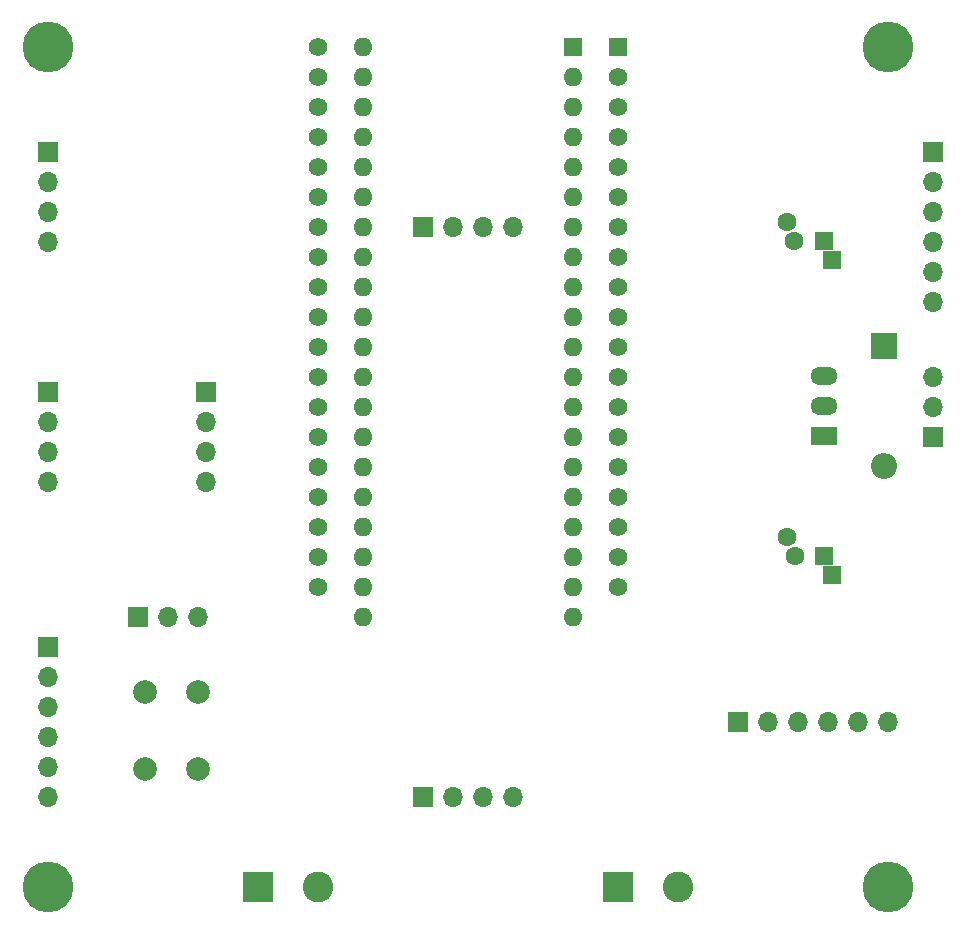
<source format=gts>
G04 #@! TF.GenerationSoftware,KiCad,Pcbnew,6.0.11-2627ca5db0~126~ubuntu20.04.1*
G04 #@! TF.CreationDate,2023-02-19T14:42:03+01:00*
G04 #@! TF.ProjectId,MQTTbug,4d515454-6275-4672-9e6b-696361645f70,rev?*
G04 #@! TF.SameCoordinates,Original*
G04 #@! TF.FileFunction,Soldermask,Top*
G04 #@! TF.FilePolarity,Negative*
%FSLAX46Y46*%
G04 Gerber Fmt 4.6, Leading zero omitted, Abs format (unit mm)*
G04 Created by KiCad (PCBNEW 6.0.11-2627ca5db0~126~ubuntu20.04.1) date 2023-02-19 14:42:03*
%MOMM*%
%LPD*%
G01*
G04 APERTURE LIST*
%ADD10R,1.700000X1.700000*%
%ADD11O,1.700000X1.700000*%
%ADD12R,2.200000X2.200000*%
%ADD13O,2.200000X2.200000*%
%ADD14R,2.300000X1.500000*%
%ADD15O,2.300000X1.500000*%
%ADD16C,2.000000*%
%ADD17R,2.600000X2.600000*%
%ADD18C,2.600000*%
%ADD19R,1.600000X1.600000*%
%ADD20C,1.600000*%
%ADD21C,4.300000*%
%ADD22O,1.600000X1.600000*%
%ADD23R,1.560000X1.560000*%
%ADD24C,1.560000*%
G04 APERTURE END LIST*
D10*
X58420000Y-87630000D03*
D11*
X58420000Y-90170000D03*
X58420000Y-92710000D03*
X58420000Y-95250000D03*
D12*
X129207500Y-83727000D03*
D13*
X129207500Y-93887000D03*
D14*
X124127500Y-91347000D03*
D15*
X124127500Y-88807000D03*
X124127500Y-86267000D03*
D16*
X66605000Y-113030000D03*
X66605000Y-119530000D03*
X71105000Y-113030000D03*
X71105000Y-119530000D03*
D10*
X58420000Y-109220000D03*
D11*
X58420000Y-111760000D03*
X58420000Y-114300000D03*
X58420000Y-116840000D03*
X58420000Y-119380000D03*
X58420000Y-121920000D03*
D10*
X133350000Y-67310000D03*
D11*
X133350000Y-69850000D03*
X133350000Y-72390000D03*
X133350000Y-74930000D03*
X133350000Y-77470000D03*
X133350000Y-80010000D03*
D10*
X116840000Y-115570000D03*
D11*
X119380000Y-115570000D03*
X121920000Y-115570000D03*
X124460000Y-115570000D03*
X127000000Y-115570000D03*
X129540000Y-115570000D03*
D17*
X76195000Y-129540000D03*
D18*
X81275000Y-129540000D03*
D19*
X124087500Y-74837000D03*
X124758437Y-76437000D03*
D20*
X121587500Y-74837000D03*
X120916563Y-73237000D03*
D21*
X58420000Y-129540000D03*
X58420000Y-58420000D03*
D10*
X58420000Y-67310000D03*
D11*
X58420000Y-69850000D03*
X58420000Y-72390000D03*
X58420000Y-74930000D03*
D21*
X129540000Y-129540000D03*
D10*
X90170000Y-73660000D03*
D11*
X92710000Y-73660000D03*
X95250000Y-73660000D03*
X97790000Y-73660000D03*
D10*
X90170000Y-121920000D03*
D11*
X92710000Y-121920000D03*
X95250000Y-121920000D03*
X97790000Y-121920000D03*
D10*
X66040000Y-106680000D03*
D11*
X68580000Y-106680000D03*
X71120000Y-106680000D03*
D19*
X124798437Y-103107000D03*
X124127500Y-101507000D03*
D20*
X121627500Y-101507000D03*
X120956563Y-99907000D03*
D21*
X129540000Y-58420000D03*
D17*
X106680000Y-129540000D03*
D18*
X111760000Y-129540000D03*
D10*
X71755000Y-87630000D03*
D11*
X71755000Y-90170000D03*
X71755000Y-92710000D03*
X71755000Y-95250000D03*
D10*
X133350000Y-91440000D03*
D11*
X133350000Y-88900000D03*
X133350000Y-86360000D03*
D19*
X102870000Y-58420000D03*
D22*
X102870000Y-60960000D03*
X102870000Y-63500000D03*
X102870000Y-66040000D03*
X102870000Y-68580000D03*
X102870000Y-71120000D03*
X102870000Y-73660000D03*
X102870000Y-76200000D03*
X102870000Y-78740000D03*
X102870000Y-81280000D03*
X102870000Y-83820000D03*
X102870000Y-86360000D03*
X102870000Y-88900000D03*
X102870000Y-91440000D03*
X102870000Y-93980000D03*
X102870000Y-96520000D03*
X102870000Y-99060000D03*
X102870000Y-101600000D03*
X102870000Y-104140000D03*
X102870000Y-106680000D03*
X85090000Y-106680000D03*
X85090000Y-104140000D03*
X85090000Y-101600000D03*
X85090000Y-99060000D03*
X85090000Y-96520000D03*
X85090000Y-93980000D03*
X85090000Y-91440000D03*
X85090000Y-88900000D03*
X85090000Y-86360000D03*
X85090000Y-83820000D03*
X85090000Y-81280000D03*
X85090000Y-78740000D03*
X85090000Y-76200000D03*
X85090000Y-73660000D03*
X85090000Y-71120000D03*
X85090000Y-68580000D03*
X85090000Y-66040000D03*
X85090000Y-63500000D03*
X85090000Y-60960000D03*
X85090000Y-58420000D03*
D23*
X106680000Y-58420000D03*
D24*
X106680000Y-60960000D03*
X106680000Y-63500000D03*
X106680000Y-66040000D03*
X106680000Y-68580000D03*
X106680000Y-71120000D03*
X106680000Y-73660000D03*
X106680000Y-76200000D03*
X106680000Y-78740000D03*
X106680000Y-81280000D03*
X106680000Y-83820000D03*
X106680000Y-86360000D03*
X106680000Y-88900000D03*
X106680000Y-91440000D03*
X106680000Y-93980000D03*
X106680000Y-96520000D03*
X106680000Y-99060000D03*
X106680000Y-101600000D03*
X106680000Y-104140000D03*
X81280000Y-58420000D03*
X81280000Y-60960000D03*
X81280000Y-63500000D03*
X81280000Y-66040000D03*
X81280000Y-68580000D03*
X81280000Y-71120000D03*
X81280000Y-73660000D03*
X81280000Y-76200000D03*
X81280000Y-78740000D03*
X81280000Y-81280000D03*
X81280000Y-83820000D03*
X81280000Y-86360000D03*
X81280000Y-88900000D03*
X81280000Y-91440000D03*
X81280000Y-93980000D03*
X81280000Y-96520000D03*
X81280000Y-99060000D03*
X81280000Y-101600000D03*
X81280000Y-104140000D03*
M02*

</source>
